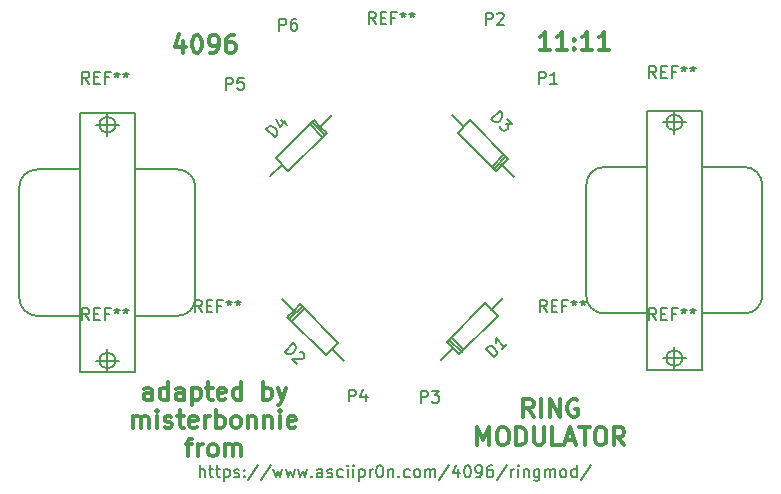
<source format=gbr>
G04 #@! TF.FileFunction,Legend,Top*
%FSLAX46Y46*%
G04 Gerber Fmt 4.6, Leading zero omitted, Abs format (unit mm)*
G04 Created by KiCad (PCBNEW 4.0.2-1.fc23-product) date Wed 18 May 2016 10:01:14 AM CDT*
%MOMM*%
G01*
G04 APERTURE LIST*
%ADD10C,0.100000*%
%ADD11C,0.300000*%
%ADD12C,0.200000*%
%ADD13C,0.150000*%
%ADD14C,0.127000*%
G04 APERTURE END LIST*
D10*
D11*
X156670572Y-79280571D02*
X155813429Y-79280571D01*
X156242001Y-79280571D02*
X156242001Y-77780571D01*
X156099144Y-77994857D01*
X155956286Y-78137714D01*
X155813429Y-78209143D01*
X158099143Y-79280571D02*
X157242000Y-79280571D01*
X157670572Y-79280571D02*
X157670572Y-77780571D01*
X157527715Y-77994857D01*
X157384857Y-78137714D01*
X157242000Y-78209143D01*
X158742000Y-79137714D02*
X158813428Y-79209143D01*
X158742000Y-79280571D01*
X158670571Y-79209143D01*
X158742000Y-79137714D01*
X158742000Y-79280571D01*
X158742000Y-78352000D02*
X158813428Y-78423429D01*
X158742000Y-78494857D01*
X158670571Y-78423429D01*
X158742000Y-78352000D01*
X158742000Y-78494857D01*
X160242000Y-79280571D02*
X159384857Y-79280571D01*
X159813429Y-79280571D02*
X159813429Y-77780571D01*
X159670572Y-77994857D01*
X159527714Y-78137714D01*
X159384857Y-78209143D01*
X161670571Y-79280571D02*
X160813428Y-79280571D01*
X161242000Y-79280571D02*
X161242000Y-77780571D01*
X161099143Y-77994857D01*
X160956285Y-78137714D01*
X160813428Y-78209143D01*
X125642858Y-78534571D02*
X125642858Y-79534571D01*
X125285715Y-77963143D02*
X124928572Y-79034571D01*
X125857144Y-79034571D01*
X126714286Y-78034571D02*
X126857143Y-78034571D01*
X127000000Y-78106000D01*
X127071429Y-78177429D01*
X127142858Y-78320286D01*
X127214286Y-78606000D01*
X127214286Y-78963143D01*
X127142858Y-79248857D01*
X127071429Y-79391714D01*
X127000000Y-79463143D01*
X126857143Y-79534571D01*
X126714286Y-79534571D01*
X126571429Y-79463143D01*
X126500000Y-79391714D01*
X126428572Y-79248857D01*
X126357143Y-78963143D01*
X126357143Y-78606000D01*
X126428572Y-78320286D01*
X126500000Y-78177429D01*
X126571429Y-78106000D01*
X126714286Y-78034571D01*
X127928571Y-79534571D02*
X128214286Y-79534571D01*
X128357143Y-79463143D01*
X128428571Y-79391714D01*
X128571429Y-79177429D01*
X128642857Y-78891714D01*
X128642857Y-78320286D01*
X128571429Y-78177429D01*
X128500000Y-78106000D01*
X128357143Y-78034571D01*
X128071429Y-78034571D01*
X127928571Y-78106000D01*
X127857143Y-78177429D01*
X127785714Y-78320286D01*
X127785714Y-78677429D01*
X127857143Y-78820286D01*
X127928571Y-78891714D01*
X128071429Y-78963143D01*
X128357143Y-78963143D01*
X128500000Y-78891714D01*
X128571429Y-78820286D01*
X128642857Y-78677429D01*
X129928571Y-78034571D02*
X129642857Y-78034571D01*
X129500000Y-78106000D01*
X129428571Y-78177429D01*
X129285714Y-78391714D01*
X129214285Y-78677429D01*
X129214285Y-79248857D01*
X129285714Y-79391714D01*
X129357142Y-79463143D01*
X129500000Y-79534571D01*
X129785714Y-79534571D01*
X129928571Y-79463143D01*
X130000000Y-79391714D01*
X130071428Y-79248857D01*
X130071428Y-78891714D01*
X130000000Y-78748857D01*
X129928571Y-78677429D01*
X129785714Y-78606000D01*
X129500000Y-78606000D01*
X129357142Y-78677429D01*
X129285714Y-78748857D01*
X129214285Y-78891714D01*
X122976286Y-108884571D02*
X122976286Y-108098857D01*
X122904857Y-107956000D01*
X122762000Y-107884571D01*
X122476286Y-107884571D01*
X122333429Y-107956000D01*
X122976286Y-108813143D02*
X122833429Y-108884571D01*
X122476286Y-108884571D01*
X122333429Y-108813143D01*
X122262000Y-108670286D01*
X122262000Y-108527429D01*
X122333429Y-108384571D01*
X122476286Y-108313143D01*
X122833429Y-108313143D01*
X122976286Y-108241714D01*
X124333429Y-108884571D02*
X124333429Y-107384571D01*
X124333429Y-108813143D02*
X124190572Y-108884571D01*
X123904858Y-108884571D01*
X123762000Y-108813143D01*
X123690572Y-108741714D01*
X123619143Y-108598857D01*
X123619143Y-108170286D01*
X123690572Y-108027429D01*
X123762000Y-107956000D01*
X123904858Y-107884571D01*
X124190572Y-107884571D01*
X124333429Y-107956000D01*
X125690572Y-108884571D02*
X125690572Y-108098857D01*
X125619143Y-107956000D01*
X125476286Y-107884571D01*
X125190572Y-107884571D01*
X125047715Y-107956000D01*
X125690572Y-108813143D02*
X125547715Y-108884571D01*
X125190572Y-108884571D01*
X125047715Y-108813143D01*
X124976286Y-108670286D01*
X124976286Y-108527429D01*
X125047715Y-108384571D01*
X125190572Y-108313143D01*
X125547715Y-108313143D01*
X125690572Y-108241714D01*
X126404858Y-107884571D02*
X126404858Y-109384571D01*
X126404858Y-107956000D02*
X126547715Y-107884571D01*
X126833429Y-107884571D01*
X126976286Y-107956000D01*
X127047715Y-108027429D01*
X127119144Y-108170286D01*
X127119144Y-108598857D01*
X127047715Y-108741714D01*
X126976286Y-108813143D01*
X126833429Y-108884571D01*
X126547715Y-108884571D01*
X126404858Y-108813143D01*
X127547715Y-107884571D02*
X128119144Y-107884571D01*
X127762001Y-107384571D02*
X127762001Y-108670286D01*
X127833429Y-108813143D01*
X127976287Y-108884571D01*
X128119144Y-108884571D01*
X129190572Y-108813143D02*
X129047715Y-108884571D01*
X128762001Y-108884571D01*
X128619144Y-108813143D01*
X128547715Y-108670286D01*
X128547715Y-108098857D01*
X128619144Y-107956000D01*
X128762001Y-107884571D01*
X129047715Y-107884571D01*
X129190572Y-107956000D01*
X129262001Y-108098857D01*
X129262001Y-108241714D01*
X128547715Y-108384571D01*
X130547715Y-108884571D02*
X130547715Y-107384571D01*
X130547715Y-108813143D02*
X130404858Y-108884571D01*
X130119144Y-108884571D01*
X129976286Y-108813143D01*
X129904858Y-108741714D01*
X129833429Y-108598857D01*
X129833429Y-108170286D01*
X129904858Y-108027429D01*
X129976286Y-107956000D01*
X130119144Y-107884571D01*
X130404858Y-107884571D01*
X130547715Y-107956000D01*
X132404858Y-108884571D02*
X132404858Y-107384571D01*
X132404858Y-107956000D02*
X132547715Y-107884571D01*
X132833429Y-107884571D01*
X132976286Y-107956000D01*
X133047715Y-108027429D01*
X133119144Y-108170286D01*
X133119144Y-108598857D01*
X133047715Y-108741714D01*
X132976286Y-108813143D01*
X132833429Y-108884571D01*
X132547715Y-108884571D01*
X132404858Y-108813143D01*
X133619144Y-107884571D02*
X133976287Y-108884571D01*
X134333429Y-107884571D02*
X133976287Y-108884571D01*
X133833429Y-109241714D01*
X133762001Y-109313143D01*
X133619144Y-109384571D01*
X121404857Y-111284571D02*
X121404857Y-110284571D01*
X121404857Y-110427429D02*
X121476285Y-110356000D01*
X121619143Y-110284571D01*
X121833428Y-110284571D01*
X121976285Y-110356000D01*
X122047714Y-110498857D01*
X122047714Y-111284571D01*
X122047714Y-110498857D02*
X122119143Y-110356000D01*
X122262000Y-110284571D01*
X122476285Y-110284571D01*
X122619143Y-110356000D01*
X122690571Y-110498857D01*
X122690571Y-111284571D01*
X123404857Y-111284571D02*
X123404857Y-110284571D01*
X123404857Y-109784571D02*
X123333428Y-109856000D01*
X123404857Y-109927429D01*
X123476285Y-109856000D01*
X123404857Y-109784571D01*
X123404857Y-109927429D01*
X124047714Y-111213143D02*
X124190571Y-111284571D01*
X124476286Y-111284571D01*
X124619143Y-111213143D01*
X124690571Y-111070286D01*
X124690571Y-110998857D01*
X124619143Y-110856000D01*
X124476286Y-110784571D01*
X124262000Y-110784571D01*
X124119143Y-110713143D01*
X124047714Y-110570286D01*
X124047714Y-110498857D01*
X124119143Y-110356000D01*
X124262000Y-110284571D01*
X124476286Y-110284571D01*
X124619143Y-110356000D01*
X125119143Y-110284571D02*
X125690572Y-110284571D01*
X125333429Y-109784571D02*
X125333429Y-111070286D01*
X125404857Y-111213143D01*
X125547715Y-111284571D01*
X125690572Y-111284571D01*
X126762000Y-111213143D02*
X126619143Y-111284571D01*
X126333429Y-111284571D01*
X126190572Y-111213143D01*
X126119143Y-111070286D01*
X126119143Y-110498857D01*
X126190572Y-110356000D01*
X126333429Y-110284571D01*
X126619143Y-110284571D01*
X126762000Y-110356000D01*
X126833429Y-110498857D01*
X126833429Y-110641714D01*
X126119143Y-110784571D01*
X127476286Y-111284571D02*
X127476286Y-110284571D01*
X127476286Y-110570286D02*
X127547714Y-110427429D01*
X127619143Y-110356000D01*
X127762000Y-110284571D01*
X127904857Y-110284571D01*
X128404857Y-111284571D02*
X128404857Y-109784571D01*
X128404857Y-110356000D02*
X128547714Y-110284571D01*
X128833428Y-110284571D01*
X128976285Y-110356000D01*
X129047714Y-110427429D01*
X129119143Y-110570286D01*
X129119143Y-110998857D01*
X129047714Y-111141714D01*
X128976285Y-111213143D01*
X128833428Y-111284571D01*
X128547714Y-111284571D01*
X128404857Y-111213143D01*
X129976286Y-111284571D02*
X129833428Y-111213143D01*
X129762000Y-111141714D01*
X129690571Y-110998857D01*
X129690571Y-110570286D01*
X129762000Y-110427429D01*
X129833428Y-110356000D01*
X129976286Y-110284571D01*
X130190571Y-110284571D01*
X130333428Y-110356000D01*
X130404857Y-110427429D01*
X130476286Y-110570286D01*
X130476286Y-110998857D01*
X130404857Y-111141714D01*
X130333428Y-111213143D01*
X130190571Y-111284571D01*
X129976286Y-111284571D01*
X131119143Y-110284571D02*
X131119143Y-111284571D01*
X131119143Y-110427429D02*
X131190571Y-110356000D01*
X131333429Y-110284571D01*
X131547714Y-110284571D01*
X131690571Y-110356000D01*
X131762000Y-110498857D01*
X131762000Y-111284571D01*
X132476286Y-110284571D02*
X132476286Y-111284571D01*
X132476286Y-110427429D02*
X132547714Y-110356000D01*
X132690572Y-110284571D01*
X132904857Y-110284571D01*
X133047714Y-110356000D01*
X133119143Y-110498857D01*
X133119143Y-111284571D01*
X133833429Y-111284571D02*
X133833429Y-110284571D01*
X133833429Y-109784571D02*
X133762000Y-109856000D01*
X133833429Y-109927429D01*
X133904857Y-109856000D01*
X133833429Y-109784571D01*
X133833429Y-109927429D01*
X135119143Y-111213143D02*
X134976286Y-111284571D01*
X134690572Y-111284571D01*
X134547715Y-111213143D01*
X134476286Y-111070286D01*
X134476286Y-110498857D01*
X134547715Y-110356000D01*
X134690572Y-110284571D01*
X134976286Y-110284571D01*
X135119143Y-110356000D01*
X135190572Y-110498857D01*
X135190572Y-110641714D01*
X134476286Y-110784571D01*
X125833429Y-112684571D02*
X126404858Y-112684571D01*
X126047715Y-113684571D02*
X126047715Y-112398857D01*
X126119143Y-112256000D01*
X126262001Y-112184571D01*
X126404858Y-112184571D01*
X126904858Y-113684571D02*
X126904858Y-112684571D01*
X126904858Y-112970286D02*
X126976286Y-112827429D01*
X127047715Y-112756000D01*
X127190572Y-112684571D01*
X127333429Y-112684571D01*
X128047715Y-113684571D02*
X127904857Y-113613143D01*
X127833429Y-113541714D01*
X127762000Y-113398857D01*
X127762000Y-112970286D01*
X127833429Y-112827429D01*
X127904857Y-112756000D01*
X128047715Y-112684571D01*
X128262000Y-112684571D01*
X128404857Y-112756000D01*
X128476286Y-112827429D01*
X128547715Y-112970286D01*
X128547715Y-113398857D01*
X128476286Y-113541714D01*
X128404857Y-113613143D01*
X128262000Y-113684571D01*
X128047715Y-113684571D01*
X129190572Y-113684571D02*
X129190572Y-112684571D01*
X129190572Y-112827429D02*
X129262000Y-112756000D01*
X129404858Y-112684571D01*
X129619143Y-112684571D01*
X129762000Y-112756000D01*
X129833429Y-112898857D01*
X129833429Y-113684571D01*
X129833429Y-112898857D02*
X129904858Y-112756000D01*
X130047715Y-112684571D01*
X130262000Y-112684571D01*
X130404858Y-112756000D01*
X130476286Y-112898857D01*
X130476286Y-113684571D01*
X155281429Y-110338571D02*
X154781429Y-109624286D01*
X154424286Y-110338571D02*
X154424286Y-108838571D01*
X154995714Y-108838571D01*
X155138572Y-108910000D01*
X155210000Y-108981429D01*
X155281429Y-109124286D01*
X155281429Y-109338571D01*
X155210000Y-109481429D01*
X155138572Y-109552857D01*
X154995714Y-109624286D01*
X154424286Y-109624286D01*
X155924286Y-110338571D02*
X155924286Y-108838571D01*
X156638572Y-110338571D02*
X156638572Y-108838571D01*
X157495715Y-110338571D01*
X157495715Y-108838571D01*
X158995715Y-108910000D02*
X158852858Y-108838571D01*
X158638572Y-108838571D01*
X158424287Y-108910000D01*
X158281429Y-109052857D01*
X158210001Y-109195714D01*
X158138572Y-109481429D01*
X158138572Y-109695714D01*
X158210001Y-109981429D01*
X158281429Y-110124286D01*
X158424287Y-110267143D01*
X158638572Y-110338571D01*
X158781429Y-110338571D01*
X158995715Y-110267143D01*
X159067144Y-110195714D01*
X159067144Y-109695714D01*
X158781429Y-109695714D01*
X150531428Y-112738571D02*
X150531428Y-111238571D01*
X151031428Y-112310000D01*
X151531428Y-111238571D01*
X151531428Y-112738571D01*
X152531428Y-111238571D02*
X152817142Y-111238571D01*
X152960000Y-111310000D01*
X153102857Y-111452857D01*
X153174285Y-111738571D01*
X153174285Y-112238571D01*
X153102857Y-112524286D01*
X152960000Y-112667143D01*
X152817142Y-112738571D01*
X152531428Y-112738571D01*
X152388571Y-112667143D01*
X152245714Y-112524286D01*
X152174285Y-112238571D01*
X152174285Y-111738571D01*
X152245714Y-111452857D01*
X152388571Y-111310000D01*
X152531428Y-111238571D01*
X153817143Y-112738571D02*
X153817143Y-111238571D01*
X154174286Y-111238571D01*
X154388571Y-111310000D01*
X154531429Y-111452857D01*
X154602857Y-111595714D01*
X154674286Y-111881429D01*
X154674286Y-112095714D01*
X154602857Y-112381429D01*
X154531429Y-112524286D01*
X154388571Y-112667143D01*
X154174286Y-112738571D01*
X153817143Y-112738571D01*
X155317143Y-111238571D02*
X155317143Y-112452857D01*
X155388571Y-112595714D01*
X155460000Y-112667143D01*
X155602857Y-112738571D01*
X155888571Y-112738571D01*
X156031429Y-112667143D01*
X156102857Y-112595714D01*
X156174286Y-112452857D01*
X156174286Y-111238571D01*
X157602858Y-112738571D02*
X156888572Y-112738571D01*
X156888572Y-111238571D01*
X158031429Y-112310000D02*
X158745715Y-112310000D01*
X157888572Y-112738571D02*
X158388572Y-111238571D01*
X158888572Y-112738571D01*
X159174286Y-111238571D02*
X160031429Y-111238571D01*
X159602858Y-112738571D02*
X159602858Y-111238571D01*
X160817143Y-111238571D02*
X161102857Y-111238571D01*
X161245715Y-111310000D01*
X161388572Y-111452857D01*
X161460000Y-111738571D01*
X161460000Y-112238571D01*
X161388572Y-112524286D01*
X161245715Y-112667143D01*
X161102857Y-112738571D01*
X160817143Y-112738571D01*
X160674286Y-112667143D01*
X160531429Y-112524286D01*
X160460000Y-112238571D01*
X160460000Y-111738571D01*
X160531429Y-111452857D01*
X160674286Y-111310000D01*
X160817143Y-111238571D01*
X162960001Y-112738571D02*
X162460001Y-112024286D01*
X162102858Y-112738571D02*
X162102858Y-111238571D01*
X162674286Y-111238571D01*
X162817144Y-111310000D01*
X162888572Y-111381429D01*
X162960001Y-111524286D01*
X162960001Y-111738571D01*
X162888572Y-111881429D01*
X162817144Y-111952857D01*
X162674286Y-112024286D01*
X162102858Y-112024286D01*
D12*
X127023810Y-115452381D02*
X127023810Y-114452381D01*
X127452382Y-115452381D02*
X127452382Y-114928571D01*
X127404763Y-114833333D01*
X127309525Y-114785714D01*
X127166667Y-114785714D01*
X127071429Y-114833333D01*
X127023810Y-114880952D01*
X127785715Y-114785714D02*
X128166667Y-114785714D01*
X127928572Y-114452381D02*
X127928572Y-115309524D01*
X127976191Y-115404762D01*
X128071429Y-115452381D01*
X128166667Y-115452381D01*
X128357144Y-114785714D02*
X128738096Y-114785714D01*
X128500001Y-114452381D02*
X128500001Y-115309524D01*
X128547620Y-115404762D01*
X128642858Y-115452381D01*
X128738096Y-115452381D01*
X129071430Y-114785714D02*
X129071430Y-115785714D01*
X129071430Y-114833333D02*
X129166668Y-114785714D01*
X129357145Y-114785714D01*
X129452383Y-114833333D01*
X129500002Y-114880952D01*
X129547621Y-114976190D01*
X129547621Y-115261905D01*
X129500002Y-115357143D01*
X129452383Y-115404762D01*
X129357145Y-115452381D01*
X129166668Y-115452381D01*
X129071430Y-115404762D01*
X129928573Y-115404762D02*
X130023811Y-115452381D01*
X130214287Y-115452381D01*
X130309526Y-115404762D01*
X130357145Y-115309524D01*
X130357145Y-115261905D01*
X130309526Y-115166667D01*
X130214287Y-115119048D01*
X130071430Y-115119048D01*
X129976192Y-115071429D01*
X129928573Y-114976190D01*
X129928573Y-114928571D01*
X129976192Y-114833333D01*
X130071430Y-114785714D01*
X130214287Y-114785714D01*
X130309526Y-114833333D01*
X130785716Y-115357143D02*
X130833335Y-115404762D01*
X130785716Y-115452381D01*
X130738097Y-115404762D01*
X130785716Y-115357143D01*
X130785716Y-115452381D01*
X130785716Y-114833333D02*
X130833335Y-114880952D01*
X130785716Y-114928571D01*
X130738097Y-114880952D01*
X130785716Y-114833333D01*
X130785716Y-114928571D01*
X131976192Y-114404762D02*
X131119049Y-115690476D01*
X133023811Y-114404762D02*
X132166668Y-115690476D01*
X133261906Y-114785714D02*
X133452382Y-115452381D01*
X133642859Y-114976190D01*
X133833335Y-115452381D01*
X134023811Y-114785714D01*
X134309525Y-114785714D02*
X134500001Y-115452381D01*
X134690478Y-114976190D01*
X134880954Y-115452381D01*
X135071430Y-114785714D01*
X135357144Y-114785714D02*
X135547620Y-115452381D01*
X135738097Y-114976190D01*
X135928573Y-115452381D01*
X136119049Y-114785714D01*
X136500001Y-115357143D02*
X136547620Y-115404762D01*
X136500001Y-115452381D01*
X136452382Y-115404762D01*
X136500001Y-115357143D01*
X136500001Y-115452381D01*
X137404763Y-115452381D02*
X137404763Y-114928571D01*
X137357144Y-114833333D01*
X137261906Y-114785714D01*
X137071429Y-114785714D01*
X136976191Y-114833333D01*
X137404763Y-115404762D02*
X137309525Y-115452381D01*
X137071429Y-115452381D01*
X136976191Y-115404762D01*
X136928572Y-115309524D01*
X136928572Y-115214286D01*
X136976191Y-115119048D01*
X137071429Y-115071429D01*
X137309525Y-115071429D01*
X137404763Y-115023810D01*
X137833334Y-115404762D02*
X137928572Y-115452381D01*
X138119048Y-115452381D01*
X138214287Y-115404762D01*
X138261906Y-115309524D01*
X138261906Y-115261905D01*
X138214287Y-115166667D01*
X138119048Y-115119048D01*
X137976191Y-115119048D01*
X137880953Y-115071429D01*
X137833334Y-114976190D01*
X137833334Y-114928571D01*
X137880953Y-114833333D01*
X137976191Y-114785714D01*
X138119048Y-114785714D01*
X138214287Y-114833333D01*
X139119049Y-115404762D02*
X139023811Y-115452381D01*
X138833334Y-115452381D01*
X138738096Y-115404762D01*
X138690477Y-115357143D01*
X138642858Y-115261905D01*
X138642858Y-114976190D01*
X138690477Y-114880952D01*
X138738096Y-114833333D01*
X138833334Y-114785714D01*
X139023811Y-114785714D01*
X139119049Y-114833333D01*
X139547620Y-115452381D02*
X139547620Y-114785714D01*
X139547620Y-114452381D02*
X139500001Y-114500000D01*
X139547620Y-114547619D01*
X139595239Y-114500000D01*
X139547620Y-114452381D01*
X139547620Y-114547619D01*
X140023810Y-115452381D02*
X140023810Y-114785714D01*
X140023810Y-114452381D02*
X139976191Y-114500000D01*
X140023810Y-114547619D01*
X140071429Y-114500000D01*
X140023810Y-114452381D01*
X140023810Y-114547619D01*
X140500000Y-114785714D02*
X140500000Y-115785714D01*
X140500000Y-114833333D02*
X140595238Y-114785714D01*
X140785715Y-114785714D01*
X140880953Y-114833333D01*
X140928572Y-114880952D01*
X140976191Y-114976190D01*
X140976191Y-115261905D01*
X140928572Y-115357143D01*
X140880953Y-115404762D01*
X140785715Y-115452381D01*
X140595238Y-115452381D01*
X140500000Y-115404762D01*
X141404762Y-115452381D02*
X141404762Y-114785714D01*
X141404762Y-114976190D02*
X141452381Y-114880952D01*
X141500000Y-114833333D01*
X141595238Y-114785714D01*
X141690477Y-114785714D01*
X142214286Y-114452381D02*
X142309525Y-114452381D01*
X142404763Y-114500000D01*
X142452382Y-114547619D01*
X142500001Y-114642857D01*
X142547620Y-114833333D01*
X142547620Y-115071429D01*
X142500001Y-115261905D01*
X142452382Y-115357143D01*
X142404763Y-115404762D01*
X142309525Y-115452381D01*
X142214286Y-115452381D01*
X142119048Y-115404762D01*
X142071429Y-115357143D01*
X142023810Y-115261905D01*
X141976191Y-115071429D01*
X141976191Y-114833333D01*
X142023810Y-114642857D01*
X142071429Y-114547619D01*
X142119048Y-114500000D01*
X142214286Y-114452381D01*
X142976191Y-114785714D02*
X142976191Y-115452381D01*
X142976191Y-114880952D02*
X143023810Y-114833333D01*
X143119048Y-114785714D01*
X143261906Y-114785714D01*
X143357144Y-114833333D01*
X143404763Y-114928571D01*
X143404763Y-115452381D01*
X143880953Y-115357143D02*
X143928572Y-115404762D01*
X143880953Y-115452381D01*
X143833334Y-115404762D01*
X143880953Y-115357143D01*
X143880953Y-115452381D01*
X144785715Y-115404762D02*
X144690477Y-115452381D01*
X144500000Y-115452381D01*
X144404762Y-115404762D01*
X144357143Y-115357143D01*
X144309524Y-115261905D01*
X144309524Y-114976190D01*
X144357143Y-114880952D01*
X144404762Y-114833333D01*
X144500000Y-114785714D01*
X144690477Y-114785714D01*
X144785715Y-114833333D01*
X145357143Y-115452381D02*
X145261905Y-115404762D01*
X145214286Y-115357143D01*
X145166667Y-115261905D01*
X145166667Y-114976190D01*
X145214286Y-114880952D01*
X145261905Y-114833333D01*
X145357143Y-114785714D01*
X145500001Y-114785714D01*
X145595239Y-114833333D01*
X145642858Y-114880952D01*
X145690477Y-114976190D01*
X145690477Y-115261905D01*
X145642858Y-115357143D01*
X145595239Y-115404762D01*
X145500001Y-115452381D01*
X145357143Y-115452381D01*
X146119048Y-115452381D02*
X146119048Y-114785714D01*
X146119048Y-114880952D02*
X146166667Y-114833333D01*
X146261905Y-114785714D01*
X146404763Y-114785714D01*
X146500001Y-114833333D01*
X146547620Y-114928571D01*
X146547620Y-115452381D01*
X146547620Y-114928571D02*
X146595239Y-114833333D01*
X146690477Y-114785714D01*
X146833334Y-114785714D01*
X146928572Y-114833333D01*
X146976191Y-114928571D01*
X146976191Y-115452381D01*
X148166667Y-114404762D02*
X147309524Y-115690476D01*
X148928572Y-114785714D02*
X148928572Y-115452381D01*
X148690476Y-114404762D02*
X148452381Y-115119048D01*
X149071429Y-115119048D01*
X149642857Y-114452381D02*
X149738096Y-114452381D01*
X149833334Y-114500000D01*
X149880953Y-114547619D01*
X149928572Y-114642857D01*
X149976191Y-114833333D01*
X149976191Y-115071429D01*
X149928572Y-115261905D01*
X149880953Y-115357143D01*
X149833334Y-115404762D01*
X149738096Y-115452381D01*
X149642857Y-115452381D01*
X149547619Y-115404762D01*
X149500000Y-115357143D01*
X149452381Y-115261905D01*
X149404762Y-115071429D01*
X149404762Y-114833333D01*
X149452381Y-114642857D01*
X149500000Y-114547619D01*
X149547619Y-114500000D01*
X149642857Y-114452381D01*
X150452381Y-115452381D02*
X150642857Y-115452381D01*
X150738096Y-115404762D01*
X150785715Y-115357143D01*
X150880953Y-115214286D01*
X150928572Y-115023810D01*
X150928572Y-114642857D01*
X150880953Y-114547619D01*
X150833334Y-114500000D01*
X150738096Y-114452381D01*
X150547619Y-114452381D01*
X150452381Y-114500000D01*
X150404762Y-114547619D01*
X150357143Y-114642857D01*
X150357143Y-114880952D01*
X150404762Y-114976190D01*
X150452381Y-115023810D01*
X150547619Y-115071429D01*
X150738096Y-115071429D01*
X150833334Y-115023810D01*
X150880953Y-114976190D01*
X150928572Y-114880952D01*
X151785715Y-114452381D02*
X151595238Y-114452381D01*
X151500000Y-114500000D01*
X151452381Y-114547619D01*
X151357143Y-114690476D01*
X151309524Y-114880952D01*
X151309524Y-115261905D01*
X151357143Y-115357143D01*
X151404762Y-115404762D01*
X151500000Y-115452381D01*
X151690477Y-115452381D01*
X151785715Y-115404762D01*
X151833334Y-115357143D01*
X151880953Y-115261905D01*
X151880953Y-115023810D01*
X151833334Y-114928571D01*
X151785715Y-114880952D01*
X151690477Y-114833333D01*
X151500000Y-114833333D01*
X151404762Y-114880952D01*
X151357143Y-114928571D01*
X151309524Y-115023810D01*
X153023810Y-114404762D02*
X152166667Y-115690476D01*
X153357143Y-115452381D02*
X153357143Y-114785714D01*
X153357143Y-114976190D02*
X153404762Y-114880952D01*
X153452381Y-114833333D01*
X153547619Y-114785714D01*
X153642858Y-114785714D01*
X153976191Y-115452381D02*
X153976191Y-114785714D01*
X153976191Y-114452381D02*
X153928572Y-114500000D01*
X153976191Y-114547619D01*
X154023810Y-114500000D01*
X153976191Y-114452381D01*
X153976191Y-114547619D01*
X154452381Y-114785714D02*
X154452381Y-115452381D01*
X154452381Y-114880952D02*
X154500000Y-114833333D01*
X154595238Y-114785714D01*
X154738096Y-114785714D01*
X154833334Y-114833333D01*
X154880953Y-114928571D01*
X154880953Y-115452381D01*
X155785715Y-114785714D02*
X155785715Y-115595238D01*
X155738096Y-115690476D01*
X155690477Y-115738095D01*
X155595238Y-115785714D01*
X155452381Y-115785714D01*
X155357143Y-115738095D01*
X155785715Y-115404762D02*
X155690477Y-115452381D01*
X155500000Y-115452381D01*
X155404762Y-115404762D01*
X155357143Y-115357143D01*
X155309524Y-115261905D01*
X155309524Y-114976190D01*
X155357143Y-114880952D01*
X155404762Y-114833333D01*
X155500000Y-114785714D01*
X155690477Y-114785714D01*
X155785715Y-114833333D01*
X156261905Y-115452381D02*
X156261905Y-114785714D01*
X156261905Y-114880952D02*
X156309524Y-114833333D01*
X156404762Y-114785714D01*
X156547620Y-114785714D01*
X156642858Y-114833333D01*
X156690477Y-114928571D01*
X156690477Y-115452381D01*
X156690477Y-114928571D02*
X156738096Y-114833333D01*
X156833334Y-114785714D01*
X156976191Y-114785714D01*
X157071429Y-114833333D01*
X157119048Y-114928571D01*
X157119048Y-115452381D01*
X157738095Y-115452381D02*
X157642857Y-115404762D01*
X157595238Y-115357143D01*
X157547619Y-115261905D01*
X157547619Y-114976190D01*
X157595238Y-114880952D01*
X157642857Y-114833333D01*
X157738095Y-114785714D01*
X157880953Y-114785714D01*
X157976191Y-114833333D01*
X158023810Y-114880952D01*
X158071429Y-114976190D01*
X158071429Y-115261905D01*
X158023810Y-115357143D01*
X157976191Y-115404762D01*
X157880953Y-115452381D01*
X157738095Y-115452381D01*
X158928572Y-115452381D02*
X158928572Y-114452381D01*
X158928572Y-115404762D02*
X158833334Y-115452381D01*
X158642857Y-115452381D01*
X158547619Y-115404762D01*
X158500000Y-115357143D01*
X158452381Y-115261905D01*
X158452381Y-114976190D01*
X158500000Y-114880952D01*
X158547619Y-114833333D01*
X158642857Y-114785714D01*
X158833334Y-114785714D01*
X158928572Y-114833333D01*
X160119048Y-114404762D02*
X159261905Y-115690476D01*
D13*
X151707120Y-101289288D02*
X152694948Y-100301460D01*
X148564031Y-104432377D02*
X147486400Y-105510008D01*
X148294623Y-103624154D02*
X149372254Y-104701785D01*
X148115018Y-103803759D02*
X149192648Y-104881390D01*
X148474228Y-104522180D02*
X149013043Y-105060995D01*
X149013043Y-105060995D02*
X152245936Y-101828103D01*
X152245936Y-101828103D02*
X151168305Y-100750472D01*
X151168305Y-100750472D02*
X147935413Y-103983365D01*
X147935413Y-103983365D02*
X148474228Y-104522180D01*
X138210712Y-104607120D02*
X139198540Y-105594948D01*
X135067623Y-101464031D02*
X133989992Y-100386400D01*
X135875846Y-101194623D02*
X134798215Y-102272254D01*
X135696241Y-101015018D02*
X134618610Y-102092648D01*
X134977820Y-101374228D02*
X134439005Y-101913043D01*
X134439005Y-101913043D02*
X137671897Y-105145936D01*
X137671897Y-105145936D02*
X138749528Y-104068305D01*
X138749528Y-104068305D02*
X135516635Y-100835413D01*
X135516635Y-100835413D02*
X134977820Y-101374228D01*
X149389288Y-85792880D02*
X148401460Y-84805052D01*
X152532377Y-88935969D02*
X153610008Y-90013600D01*
X151724154Y-89205377D02*
X152801785Y-88127746D01*
X151903759Y-89384982D02*
X152981390Y-88307352D01*
X152622180Y-89025772D02*
X153160995Y-88486957D01*
X153160995Y-88486957D02*
X149928103Y-85254064D01*
X149928103Y-85254064D02*
X148850472Y-86331695D01*
X148850472Y-86331695D02*
X152083365Y-89564587D01*
X152083365Y-89564587D02*
X152622180Y-89025772D01*
X133992880Y-89010712D02*
X133005052Y-89998540D01*
X137135969Y-85867623D02*
X138213600Y-84789992D01*
X137405377Y-86675846D02*
X136327746Y-85598215D01*
X137584982Y-86496241D02*
X136507352Y-85418610D01*
X137225772Y-85777820D02*
X136686957Y-85239005D01*
X136686957Y-85239005D02*
X133454064Y-88471897D01*
X133454064Y-88471897D02*
X134531695Y-89549528D01*
X134531695Y-89549528D02*
X137764587Y-86316635D01*
X137764587Y-86316635D02*
X137225772Y-85777820D01*
D14*
X164850500Y-101597600D02*
X161251320Y-101597600D01*
X159750180Y-100099000D02*
X159750180Y-90701000D01*
X169549500Y-89202400D02*
X173148680Y-89202400D01*
X174649820Y-90701000D02*
X174649820Y-100099000D01*
X173148680Y-101597600D02*
X169549500Y-101597600D01*
X169549500Y-84450060D02*
X169549500Y-89202400D01*
X169549500Y-101597600D02*
X169549500Y-106349940D01*
X164850500Y-106349940D02*
X164850500Y-101597600D01*
X164850500Y-89202400D02*
X164850500Y-84450060D01*
X169549500Y-84450060D02*
X164850500Y-84450060D01*
X164850500Y-106349940D02*
X169549500Y-106349940D01*
X169549500Y-89202400D02*
X169549500Y-101597600D01*
X164850500Y-101597600D02*
X164850500Y-89202400D01*
X161251320Y-89202400D02*
X164850500Y-89202400D01*
X167871723Y-85417800D02*
G75*
G03X167871723Y-85417800I-671723J0D01*
G01*
X167200000Y-84467840D02*
X167200000Y-86370300D01*
X166250040Y-85417800D02*
X168149960Y-85417800D01*
X167871723Y-105382200D02*
G75*
G03X167871723Y-105382200I-671723J0D01*
G01*
X167200000Y-104429700D02*
X167200000Y-106332160D01*
X166250040Y-105382200D02*
X168149960Y-105382200D01*
X159752720Y-100099000D02*
G75*
G03X161251320Y-101597600I1498600J0D01*
G01*
X161251320Y-89199860D02*
G75*
G03X159750180Y-90701000I0J-1501140D01*
G01*
X174647280Y-90701000D02*
G75*
G03X173148680Y-89202400I-1498600J0D01*
G01*
X173148680Y-101600140D02*
G75*
G03X174649820Y-100099000I0J1501140D01*
G01*
X121549500Y-89402400D02*
X125148680Y-89402400D01*
X126649820Y-90901000D02*
X126649820Y-100299000D01*
X116850500Y-101797600D02*
X113251320Y-101797600D01*
X111750180Y-100299000D02*
X111750180Y-90901000D01*
X113251320Y-89402400D02*
X116850500Y-89402400D01*
X116850500Y-106549940D02*
X116850500Y-101797600D01*
X116850500Y-89402400D02*
X116850500Y-84650060D01*
X121549500Y-84650060D02*
X121549500Y-89402400D01*
X121549500Y-101797600D02*
X121549500Y-106549940D01*
X116850500Y-106549940D02*
X121549500Y-106549940D01*
X121549500Y-84650060D02*
X116850500Y-84650060D01*
X116850500Y-101797600D02*
X116850500Y-89402400D01*
X121549500Y-89402400D02*
X121549500Y-101797600D01*
X125148680Y-101797600D02*
X121549500Y-101797600D01*
X119871723Y-105582200D02*
G75*
G03X119871723Y-105582200I-671723J0D01*
G01*
X119200000Y-106532160D02*
X119200000Y-104629700D01*
X120149960Y-105582200D02*
X118250040Y-105582200D01*
X119871723Y-85617800D02*
G75*
G03X119871723Y-85617800I-671723J0D01*
G01*
X119200000Y-86570300D02*
X119200000Y-84667840D01*
X120149960Y-85617800D02*
X118250040Y-85617800D01*
X126647280Y-90901000D02*
G75*
G03X125148680Y-89402400I-1498600J0D01*
G01*
X125148680Y-101800140D02*
G75*
G03X126649820Y-100299000I0J1501140D01*
G01*
X111752720Y-100299000D02*
G75*
G03X113251320Y-101797600I1498600J0D01*
G01*
X113251320Y-89399860D02*
G75*
G03X111750180Y-90901000I0J-1501140D01*
G01*
D13*
X151932183Y-105296092D02*
X151225076Y-104588985D01*
X151393435Y-104420626D01*
X151528122Y-104353282D01*
X151662809Y-104353282D01*
X151763824Y-104386954D01*
X151932183Y-104487969D01*
X152033199Y-104588985D01*
X152134214Y-104757343D01*
X152167885Y-104858359D01*
X152167885Y-104993045D01*
X152100541Y-105127733D01*
X151932183Y-105296092D01*
X153009679Y-104218595D02*
X152605618Y-104622657D01*
X152807648Y-104420626D02*
X152100541Y-103713520D01*
X152134213Y-103881878D01*
X152134213Y-104016565D01*
X152100541Y-104117580D01*
X134203908Y-104832183D02*
X134911015Y-104125076D01*
X135079374Y-104293435D01*
X135146718Y-104428122D01*
X135146718Y-104562809D01*
X135113046Y-104663824D01*
X135012031Y-104832183D01*
X134911015Y-104933199D01*
X134742657Y-105034214D01*
X134641641Y-105067885D01*
X134506955Y-105067885D01*
X134372267Y-105000541D01*
X134203908Y-104832183D01*
X135517107Y-104865854D02*
X135584450Y-104865854D01*
X135685465Y-104899526D01*
X135853825Y-105067885D01*
X135887496Y-105168901D01*
X135887496Y-105236244D01*
X135853825Y-105337259D01*
X135786481Y-105404603D01*
X135651794Y-105471946D01*
X134843672Y-105471946D01*
X135281405Y-105909679D01*
X151712504Y-85163757D02*
X152419611Y-84456650D01*
X152587970Y-84625009D01*
X152655314Y-84759696D01*
X152655314Y-84894383D01*
X152621642Y-84995398D01*
X152520627Y-85163757D01*
X152419611Y-85264773D01*
X152251253Y-85365788D01*
X152150237Y-85399459D01*
X152015551Y-85399459D01*
X151880863Y-85332115D01*
X151712504Y-85163757D01*
X153059374Y-85096413D02*
X153497108Y-85534146D01*
X152992031Y-85567817D01*
X153093047Y-85668833D01*
X153126719Y-85769848D01*
X153126719Y-85837192D01*
X153093046Y-85938208D01*
X152924688Y-86106566D01*
X152823672Y-86140238D01*
X152756329Y-86140238D01*
X152655314Y-86106566D01*
X152453283Y-85904535D01*
X152419611Y-85803520D01*
X152419611Y-85736177D01*
X133363757Y-86687496D02*
X132656650Y-85980389D01*
X132825009Y-85812030D01*
X132959696Y-85744686D01*
X133094383Y-85744686D01*
X133195398Y-85778358D01*
X133363757Y-85879373D01*
X133464773Y-85980389D01*
X133565788Y-86148747D01*
X133599459Y-86249763D01*
X133599459Y-86384449D01*
X133532115Y-86519137D01*
X133363757Y-86687496D01*
X133902505Y-85205938D02*
X134373910Y-85677343D01*
X133464772Y-85104924D02*
X133801490Y-85778359D01*
X134239223Y-85340626D01*
X155761905Y-82142381D02*
X155761905Y-81142381D01*
X156142858Y-81142381D01*
X156238096Y-81190000D01*
X156285715Y-81237619D01*
X156333334Y-81332857D01*
X156333334Y-81475714D01*
X156285715Y-81570952D01*
X156238096Y-81618571D01*
X156142858Y-81666190D01*
X155761905Y-81666190D01*
X157285715Y-82142381D02*
X156714286Y-82142381D01*
X157000000Y-82142381D02*
X157000000Y-81142381D01*
X156904762Y-81285238D01*
X156809524Y-81380476D01*
X156714286Y-81428095D01*
X151261905Y-77142381D02*
X151261905Y-76142381D01*
X151642858Y-76142381D01*
X151738096Y-76190000D01*
X151785715Y-76237619D01*
X151833334Y-76332857D01*
X151833334Y-76475714D01*
X151785715Y-76570952D01*
X151738096Y-76618571D01*
X151642858Y-76666190D01*
X151261905Y-76666190D01*
X152214286Y-76237619D02*
X152261905Y-76190000D01*
X152357143Y-76142381D01*
X152595239Y-76142381D01*
X152690477Y-76190000D01*
X152738096Y-76237619D01*
X152785715Y-76332857D01*
X152785715Y-76428095D01*
X152738096Y-76570952D01*
X152166667Y-77142381D01*
X152785715Y-77142381D01*
X145761905Y-109142381D02*
X145761905Y-108142381D01*
X146142858Y-108142381D01*
X146238096Y-108190000D01*
X146285715Y-108237619D01*
X146333334Y-108332857D01*
X146333334Y-108475714D01*
X146285715Y-108570952D01*
X146238096Y-108618571D01*
X146142858Y-108666190D01*
X145761905Y-108666190D01*
X146666667Y-108142381D02*
X147285715Y-108142381D01*
X146952381Y-108523333D01*
X147095239Y-108523333D01*
X147190477Y-108570952D01*
X147238096Y-108618571D01*
X147285715Y-108713810D01*
X147285715Y-108951905D01*
X147238096Y-109047143D01*
X147190477Y-109094762D01*
X147095239Y-109142381D01*
X146809524Y-109142381D01*
X146714286Y-109094762D01*
X146666667Y-109047143D01*
X139661905Y-109042381D02*
X139661905Y-108042381D01*
X140042858Y-108042381D01*
X140138096Y-108090000D01*
X140185715Y-108137619D01*
X140233334Y-108232857D01*
X140233334Y-108375714D01*
X140185715Y-108470952D01*
X140138096Y-108518571D01*
X140042858Y-108566190D01*
X139661905Y-108566190D01*
X141090477Y-108375714D02*
X141090477Y-109042381D01*
X140852381Y-107994762D02*
X140614286Y-108709048D01*
X141233334Y-108709048D01*
X129261905Y-82642381D02*
X129261905Y-81642381D01*
X129642858Y-81642381D01*
X129738096Y-81690000D01*
X129785715Y-81737619D01*
X129833334Y-81832857D01*
X129833334Y-81975714D01*
X129785715Y-82070952D01*
X129738096Y-82118571D01*
X129642858Y-82166190D01*
X129261905Y-82166190D01*
X130738096Y-81642381D02*
X130261905Y-81642381D01*
X130214286Y-82118571D01*
X130261905Y-82070952D01*
X130357143Y-82023333D01*
X130595239Y-82023333D01*
X130690477Y-82070952D01*
X130738096Y-82118571D01*
X130785715Y-82213810D01*
X130785715Y-82451905D01*
X130738096Y-82547143D01*
X130690477Y-82594762D01*
X130595239Y-82642381D01*
X130357143Y-82642381D01*
X130261905Y-82594762D01*
X130214286Y-82547143D01*
X133761905Y-77642381D02*
X133761905Y-76642381D01*
X134142858Y-76642381D01*
X134238096Y-76690000D01*
X134285715Y-76737619D01*
X134333334Y-76832857D01*
X134333334Y-76975714D01*
X134285715Y-77070952D01*
X134238096Y-77118571D01*
X134142858Y-77166190D01*
X133761905Y-77166190D01*
X135190477Y-76642381D02*
X135000000Y-76642381D01*
X134904762Y-76690000D01*
X134857143Y-76737619D01*
X134761905Y-76880476D01*
X134714286Y-77070952D01*
X134714286Y-77451905D01*
X134761905Y-77547143D01*
X134809524Y-77594762D01*
X134904762Y-77642381D01*
X135095239Y-77642381D01*
X135190477Y-77594762D01*
X135238096Y-77547143D01*
X135285715Y-77451905D01*
X135285715Y-77213810D01*
X135238096Y-77118571D01*
X135190477Y-77070952D01*
X135095239Y-77023333D01*
X134904762Y-77023333D01*
X134809524Y-77070952D01*
X134761905Y-77118571D01*
X134714286Y-77213810D01*
X165666667Y-81642381D02*
X165333333Y-81166190D01*
X165095238Y-81642381D02*
X165095238Y-80642381D01*
X165476191Y-80642381D01*
X165571429Y-80690000D01*
X165619048Y-80737619D01*
X165666667Y-80832857D01*
X165666667Y-80975714D01*
X165619048Y-81070952D01*
X165571429Y-81118571D01*
X165476191Y-81166190D01*
X165095238Y-81166190D01*
X166095238Y-81118571D02*
X166428572Y-81118571D01*
X166571429Y-81642381D02*
X166095238Y-81642381D01*
X166095238Y-80642381D01*
X166571429Y-80642381D01*
X167333334Y-81118571D02*
X167000000Y-81118571D01*
X167000000Y-81642381D02*
X167000000Y-80642381D01*
X167476191Y-80642381D01*
X168000000Y-80642381D02*
X168000000Y-80880476D01*
X167761905Y-80785238D02*
X168000000Y-80880476D01*
X168238096Y-80785238D01*
X167857143Y-81070952D02*
X168000000Y-80880476D01*
X168142858Y-81070952D01*
X168761905Y-80642381D02*
X168761905Y-80880476D01*
X168523810Y-80785238D02*
X168761905Y-80880476D01*
X169000001Y-80785238D01*
X168619048Y-81070952D02*
X168761905Y-80880476D01*
X168904763Y-81070952D01*
X165666667Y-102142381D02*
X165333333Y-101666190D01*
X165095238Y-102142381D02*
X165095238Y-101142381D01*
X165476191Y-101142381D01*
X165571429Y-101190000D01*
X165619048Y-101237619D01*
X165666667Y-101332857D01*
X165666667Y-101475714D01*
X165619048Y-101570952D01*
X165571429Y-101618571D01*
X165476191Y-101666190D01*
X165095238Y-101666190D01*
X166095238Y-101618571D02*
X166428572Y-101618571D01*
X166571429Y-102142381D02*
X166095238Y-102142381D01*
X166095238Y-101142381D01*
X166571429Y-101142381D01*
X167333334Y-101618571D02*
X167000000Y-101618571D01*
X167000000Y-102142381D02*
X167000000Y-101142381D01*
X167476191Y-101142381D01*
X168000000Y-101142381D02*
X168000000Y-101380476D01*
X167761905Y-101285238D02*
X168000000Y-101380476D01*
X168238096Y-101285238D01*
X167857143Y-101570952D02*
X168000000Y-101380476D01*
X168142858Y-101570952D01*
X168761905Y-101142381D02*
X168761905Y-101380476D01*
X168523810Y-101285238D02*
X168761905Y-101380476D01*
X169000001Y-101285238D01*
X168619048Y-101570952D02*
X168761905Y-101380476D01*
X168904763Y-101570952D01*
X117666667Y-82142381D02*
X117333333Y-81666190D01*
X117095238Y-82142381D02*
X117095238Y-81142381D01*
X117476191Y-81142381D01*
X117571429Y-81190000D01*
X117619048Y-81237619D01*
X117666667Y-81332857D01*
X117666667Y-81475714D01*
X117619048Y-81570952D01*
X117571429Y-81618571D01*
X117476191Y-81666190D01*
X117095238Y-81666190D01*
X118095238Y-81618571D02*
X118428572Y-81618571D01*
X118571429Y-82142381D02*
X118095238Y-82142381D01*
X118095238Y-81142381D01*
X118571429Y-81142381D01*
X119333334Y-81618571D02*
X119000000Y-81618571D01*
X119000000Y-82142381D02*
X119000000Y-81142381D01*
X119476191Y-81142381D01*
X120000000Y-81142381D02*
X120000000Y-81380476D01*
X119761905Y-81285238D02*
X120000000Y-81380476D01*
X120238096Y-81285238D01*
X119857143Y-81570952D02*
X120000000Y-81380476D01*
X120142858Y-81570952D01*
X120761905Y-81142381D02*
X120761905Y-81380476D01*
X120523810Y-81285238D02*
X120761905Y-81380476D01*
X121000001Y-81285238D01*
X120619048Y-81570952D02*
X120761905Y-81380476D01*
X120904763Y-81570952D01*
X117666667Y-102142381D02*
X117333333Y-101666190D01*
X117095238Y-102142381D02*
X117095238Y-101142381D01*
X117476191Y-101142381D01*
X117571429Y-101190000D01*
X117619048Y-101237619D01*
X117666667Y-101332857D01*
X117666667Y-101475714D01*
X117619048Y-101570952D01*
X117571429Y-101618571D01*
X117476191Y-101666190D01*
X117095238Y-101666190D01*
X118095238Y-101618571D02*
X118428572Y-101618571D01*
X118571429Y-102142381D02*
X118095238Y-102142381D01*
X118095238Y-101142381D01*
X118571429Y-101142381D01*
X119333334Y-101618571D02*
X119000000Y-101618571D01*
X119000000Y-102142381D02*
X119000000Y-101142381D01*
X119476191Y-101142381D01*
X120000000Y-101142381D02*
X120000000Y-101380476D01*
X119761905Y-101285238D02*
X120000000Y-101380476D01*
X120238096Y-101285238D01*
X119857143Y-101570952D02*
X120000000Y-101380476D01*
X120142858Y-101570952D01*
X120761905Y-101142381D02*
X120761905Y-101380476D01*
X120523810Y-101285238D02*
X120761905Y-101380476D01*
X121000001Y-101285238D01*
X120619048Y-101570952D02*
X120761905Y-101380476D01*
X120904763Y-101570952D01*
X127182667Y-101462261D02*
X126849333Y-100986070D01*
X126611238Y-101462261D02*
X126611238Y-100462261D01*
X126992191Y-100462261D01*
X127087429Y-100509880D01*
X127135048Y-100557499D01*
X127182667Y-100652737D01*
X127182667Y-100795594D01*
X127135048Y-100890832D01*
X127087429Y-100938451D01*
X126992191Y-100986070D01*
X126611238Y-100986070D01*
X127611238Y-100938451D02*
X127944572Y-100938451D01*
X128087429Y-101462261D02*
X127611238Y-101462261D01*
X127611238Y-100462261D01*
X128087429Y-100462261D01*
X128849334Y-100938451D02*
X128516000Y-100938451D01*
X128516000Y-101462261D02*
X128516000Y-100462261D01*
X128992191Y-100462261D01*
X129516000Y-100462261D02*
X129516000Y-100700356D01*
X129277905Y-100605118D02*
X129516000Y-100700356D01*
X129754096Y-100605118D01*
X129373143Y-100890832D02*
X129516000Y-100700356D01*
X129658858Y-100890832D01*
X130277905Y-100462261D02*
X130277905Y-100700356D01*
X130039810Y-100605118D02*
X130277905Y-100700356D01*
X130516001Y-100605118D01*
X130135048Y-100890832D02*
X130277905Y-100700356D01*
X130420763Y-100890832D01*
X156392667Y-101462261D02*
X156059333Y-100986070D01*
X155821238Y-101462261D02*
X155821238Y-100462261D01*
X156202191Y-100462261D01*
X156297429Y-100509880D01*
X156345048Y-100557499D01*
X156392667Y-100652737D01*
X156392667Y-100795594D01*
X156345048Y-100890832D01*
X156297429Y-100938451D01*
X156202191Y-100986070D01*
X155821238Y-100986070D01*
X156821238Y-100938451D02*
X157154572Y-100938451D01*
X157297429Y-101462261D02*
X156821238Y-101462261D01*
X156821238Y-100462261D01*
X157297429Y-100462261D01*
X158059334Y-100938451D02*
X157726000Y-100938451D01*
X157726000Y-101462261D02*
X157726000Y-100462261D01*
X158202191Y-100462261D01*
X158726000Y-100462261D02*
X158726000Y-100700356D01*
X158487905Y-100605118D02*
X158726000Y-100700356D01*
X158964096Y-100605118D01*
X158583143Y-100890832D02*
X158726000Y-100700356D01*
X158868858Y-100890832D01*
X159487905Y-100462261D02*
X159487905Y-100700356D01*
X159249810Y-100605118D02*
X159487905Y-100700356D01*
X159726001Y-100605118D01*
X159345048Y-100890832D02*
X159487905Y-100700356D01*
X159630763Y-100890832D01*
X141914667Y-77078261D02*
X141581333Y-76602070D01*
X141343238Y-77078261D02*
X141343238Y-76078261D01*
X141724191Y-76078261D01*
X141819429Y-76125880D01*
X141867048Y-76173499D01*
X141914667Y-76268737D01*
X141914667Y-76411594D01*
X141867048Y-76506832D01*
X141819429Y-76554451D01*
X141724191Y-76602070D01*
X141343238Y-76602070D01*
X142343238Y-76554451D02*
X142676572Y-76554451D01*
X142819429Y-77078261D02*
X142343238Y-77078261D01*
X142343238Y-76078261D01*
X142819429Y-76078261D01*
X143581334Y-76554451D02*
X143248000Y-76554451D01*
X143248000Y-77078261D02*
X143248000Y-76078261D01*
X143724191Y-76078261D01*
X144248000Y-76078261D02*
X144248000Y-76316356D01*
X144009905Y-76221118D02*
X144248000Y-76316356D01*
X144486096Y-76221118D01*
X144105143Y-76506832D02*
X144248000Y-76316356D01*
X144390858Y-76506832D01*
X145009905Y-76078261D02*
X145009905Y-76316356D01*
X144771810Y-76221118D02*
X145009905Y-76316356D01*
X145248001Y-76221118D01*
X144867048Y-76506832D02*
X145009905Y-76316356D01*
X145152763Y-76506832D01*
M02*

</source>
